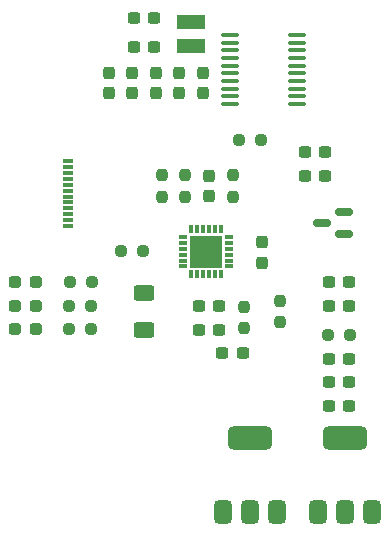
<source format=gbr>
%TF.GenerationSoftware,KiCad,Pcbnew,9.0.0*%
%TF.CreationDate,2025-08-18T11:13:34-07:00*%
%TF.ProjectId,USB_C_Simple_Trig,5553425f-435f-4536-996d-706c655f5472,rev?*%
%TF.SameCoordinates,Original*%
%TF.FileFunction,Paste,Top*%
%TF.FilePolarity,Positive*%
%FSLAX46Y46*%
G04 Gerber Fmt 4.6, Leading zero omitted, Abs format (unit mm)*
G04 Created by KiCad (PCBNEW 9.0.0) date 2025-08-18 11:13:34*
%MOMM*%
%LPD*%
G01*
G04 APERTURE LIST*
G04 Aperture macros list*
%AMRoundRect*
0 Rectangle with rounded corners*
0 $1 Rounding radius*
0 $2 $3 $4 $5 $6 $7 $8 $9 X,Y pos of 4 corners*
0 Add a 4 corners polygon primitive as box body*
4,1,4,$2,$3,$4,$5,$6,$7,$8,$9,$2,$3,0*
0 Add four circle primitives for the rounded corners*
1,1,$1+$1,$2,$3*
1,1,$1+$1,$4,$5*
1,1,$1+$1,$6,$7*
1,1,$1+$1,$8,$9*
0 Add four rect primitives between the rounded corners*
20,1,$1+$1,$2,$3,$4,$5,0*
20,1,$1+$1,$4,$5,$6,$7,0*
20,1,$1+$1,$6,$7,$8,$9,0*
20,1,$1+$1,$8,$9,$2,$3,0*%
G04 Aperture macros list end*
%ADD10RoundRect,0.237500X-0.287500X-0.237500X0.287500X-0.237500X0.287500X0.237500X-0.287500X0.237500X0*%
%ADD11RoundRect,0.237500X-0.250000X-0.237500X0.250000X-0.237500X0.250000X0.237500X-0.250000X0.237500X0*%
%ADD12RoundRect,0.237500X-0.300000X-0.237500X0.300000X-0.237500X0.300000X0.237500X-0.300000X0.237500X0*%
%ADD13RoundRect,0.237500X0.300000X0.237500X-0.300000X0.237500X-0.300000X-0.237500X0.300000X-0.237500X0*%
%ADD14RoundRect,0.237500X0.250000X0.237500X-0.250000X0.237500X-0.250000X-0.237500X0.250000X-0.237500X0*%
%ADD15RoundRect,0.375000X0.375000X-0.625000X0.375000X0.625000X-0.375000X0.625000X-0.375000X-0.625000X0*%
%ADD16RoundRect,0.500000X1.400000X-0.500000X1.400000X0.500000X-1.400000X0.500000X-1.400000X-0.500000X0*%
%ADD17RoundRect,0.237500X-0.237500X0.300000X-0.237500X-0.300000X0.237500X-0.300000X0.237500X0.300000X0*%
%ADD18R,0.889000X0.304800*%
%ADD19RoundRect,0.100000X-0.637500X-0.100000X0.637500X-0.100000X0.637500X0.100000X-0.637500X0.100000X0*%
%ADD20RoundRect,0.237500X0.237500X-0.250000X0.237500X0.250000X-0.237500X0.250000X-0.237500X-0.250000X0*%
%ADD21RoundRect,0.237500X-0.237500X0.250000X-0.237500X-0.250000X0.237500X-0.250000X0.237500X0.250000X0*%
%ADD22RoundRect,0.237500X0.237500X-0.300000X0.237500X0.300000X-0.237500X0.300000X-0.237500X-0.300000X0*%
%ADD23R,2.387600X1.193800*%
%ADD24RoundRect,0.250000X-0.625000X0.400000X-0.625000X-0.400000X0.625000X-0.400000X0.625000X0.400000X0*%
%ADD25R,0.300000X0.750000*%
%ADD26R,0.750000X0.300000*%
%ADD27R,2.700000X2.700000*%
%ADD28RoundRect,0.150000X0.587500X0.150000X-0.587500X0.150000X-0.587500X-0.150000X0.587500X-0.150000X0*%
G04 APERTURE END LIST*
D10*
%TO.C,D2*%
X121625000Y-108500000D03*
X123375000Y-108500000D03*
%TD*%
D11*
%TO.C,R9*%
X126175000Y-112500000D03*
X128000000Y-112500000D03*
%TD*%
D12*
%TO.C,C4*%
X139137500Y-114500000D03*
X140862500Y-114500000D03*
%TD*%
%TO.C,C2*%
X137137500Y-110500000D03*
X138862500Y-110500000D03*
%TD*%
D13*
%TO.C,C9*%
X149862500Y-117000000D03*
X148137500Y-117000000D03*
%TD*%
D14*
%TO.C,R2*%
X128087500Y-108500000D03*
X126262500Y-108500000D03*
%TD*%
D15*
%TO.C,Q2*%
X149500000Y-128000000D03*
D16*
X149500000Y-121700000D03*
D15*
X147200000Y-128000000D03*
X151800000Y-128000000D03*
%TD*%
D17*
%TO.C,C21*%
X137500000Y-90762500D03*
X137500000Y-92487500D03*
%TD*%
D11*
%TO.C,R12*%
X130587500Y-105850000D03*
X132412500Y-105850000D03*
%TD*%
D18*
%TO.C,J1*%
X126052400Y-98255507D03*
X126052400Y-98755633D03*
X126052400Y-99255759D03*
X126052400Y-99755885D03*
X126052400Y-100256011D03*
X126052400Y-100756137D03*
X126052400Y-101256263D03*
X126052400Y-101756389D03*
X126052400Y-102256515D03*
X126052400Y-102756641D03*
X126052400Y-103256767D03*
X126052400Y-103756893D03*
%TD*%
D12*
%TO.C,C6*%
X148137500Y-110500000D03*
X149862500Y-110500000D03*
%TD*%
D19*
%TO.C,U5*%
X139775000Y-87575000D03*
X139775000Y-88225000D03*
X139775000Y-88875000D03*
X139775000Y-89525000D03*
X139775000Y-90175000D03*
X139775000Y-90825000D03*
X139775000Y-91475000D03*
X139775000Y-92125000D03*
X139775000Y-92775000D03*
X139775000Y-93425000D03*
X145500000Y-93425000D03*
X145500000Y-92775000D03*
X145500000Y-92125000D03*
X145500000Y-91475000D03*
X145500000Y-90825000D03*
X145500000Y-90175000D03*
X145500000Y-89525000D03*
X145500000Y-88875000D03*
X145500000Y-88225000D03*
X145500000Y-87575000D03*
%TD*%
D20*
%TO.C,R11*%
X141000000Y-112412500D03*
X141000000Y-110587500D03*
%TD*%
D12*
%TO.C,C3*%
X137137500Y-112520000D03*
X138862500Y-112520000D03*
%TD*%
D15*
%TO.C,Q1*%
X141500000Y-128000000D03*
D16*
X141500000Y-121700000D03*
D15*
X139200000Y-128000000D03*
X143800000Y-128000000D03*
%TD*%
D21*
%TO.C,R5*%
X134000000Y-99437500D03*
X134000000Y-101262500D03*
%TD*%
D17*
%TO.C,C19*%
X133500000Y-90762500D03*
X133500000Y-92487500D03*
%TD*%
D13*
%TO.C,C10*%
X149862500Y-115000000D03*
X148137500Y-115000000D03*
%TD*%
D17*
%TO.C,C20*%
X135500000Y-90762500D03*
X135500000Y-92487500D03*
%TD*%
%TO.C,C7*%
X142500000Y-105137500D03*
X142500000Y-106862500D03*
%TD*%
D12*
%TO.C,C22*%
X131637500Y-86125000D03*
X133362500Y-86125000D03*
%TD*%
D22*
%TO.C,C1*%
X138000000Y-101212500D03*
X138000000Y-99487500D03*
%TD*%
D12*
%TO.C,C25*%
X146137500Y-97490000D03*
X147862500Y-97490000D03*
%TD*%
D20*
%TO.C,R6*%
X140000000Y-101262500D03*
X140000000Y-99437500D03*
%TD*%
D12*
%TO.C,C23*%
X131637500Y-88625000D03*
X133362500Y-88625000D03*
%TD*%
D10*
%TO.C,D1*%
X121625000Y-110500000D03*
X123375000Y-110500000D03*
%TD*%
D17*
%TO.C,C17*%
X129500000Y-90762500D03*
X129500000Y-92487500D03*
%TD*%
D21*
%TO.C,R4*%
X136000000Y-99437500D03*
X136000000Y-101262500D03*
%TD*%
D20*
%TO.C,R10*%
X144000000Y-111912500D03*
X144000000Y-110087500D03*
%TD*%
D17*
%TO.C,C18*%
X131500000Y-90762500D03*
X131500000Y-92487500D03*
%TD*%
D12*
%TO.C,C5*%
X148137500Y-108500000D03*
X149862500Y-108500000D03*
%TD*%
D10*
%TO.C,D3*%
X121625000Y-112500000D03*
X123375000Y-112500000D03*
%TD*%
D23*
%TO.C,Y1*%
X136500000Y-88503300D03*
X136500000Y-86496700D03*
%TD*%
D11*
%TO.C,R1*%
X126175000Y-110500000D03*
X128000000Y-110500000D03*
%TD*%
D24*
%TO.C,R3*%
X132500000Y-109450000D03*
X132500000Y-112550000D03*
%TD*%
D13*
%TO.C,C8*%
X149862500Y-119020000D03*
X148137500Y-119020000D03*
%TD*%
D12*
%TO.C,C24*%
X146137500Y-99500000D03*
X147862500Y-99500000D03*
%TD*%
D25*
%TO.C,IC1*%
X136500000Y-107850000D03*
X137000000Y-107850000D03*
X137500000Y-107850000D03*
X138000000Y-107850000D03*
X138500000Y-107850000D03*
X139000000Y-107850000D03*
D26*
X139675000Y-107175000D03*
X139675000Y-106675000D03*
X139675000Y-106175000D03*
X139675000Y-105675000D03*
X139675000Y-105175000D03*
X139675000Y-104675000D03*
D25*
X139000000Y-104000000D03*
X138500000Y-104000000D03*
X138000000Y-104000000D03*
X137500000Y-104000000D03*
X137000000Y-104000000D03*
X136500000Y-104000000D03*
D26*
X135825000Y-104675000D03*
X135825000Y-105175000D03*
X135825000Y-105675000D03*
X135825000Y-106175000D03*
X135825000Y-106675000D03*
X135825000Y-107175000D03*
D27*
X137750000Y-105925000D03*
%TD*%
D14*
%TO.C,R8*%
X142412500Y-96500000D03*
X140587500Y-96500000D03*
%TD*%
D11*
%TO.C,R7*%
X148087500Y-113000000D03*
X149912500Y-113000000D03*
%TD*%
D28*
%TO.C,U10*%
X149437500Y-104450000D03*
X149437500Y-102550000D03*
X147562500Y-103500000D03*
%TD*%
M02*

</source>
